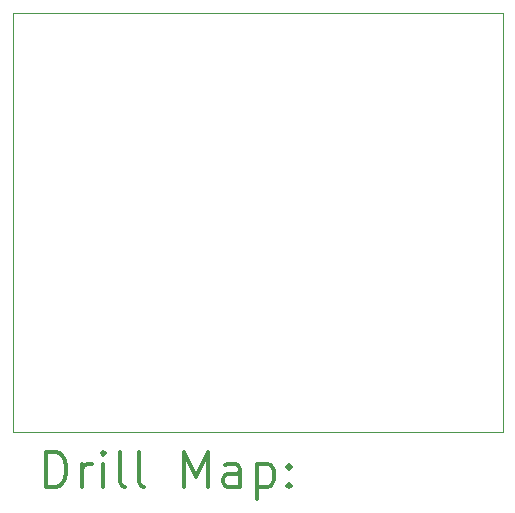
<source format=gbr>
%FSLAX45Y45*%
G04 Gerber Fmt 4.5, Leading zero omitted, Abs format (unit mm)*
G04 Created by KiCad (PCBNEW (5.1.10-1-10_14)) date 2022-02-17 23:12:56*
%MOMM*%
%LPD*%
G01*
G04 APERTURE LIST*
%TA.AperFunction,Profile*%
%ADD10C,0.050000*%
%TD*%
%ADD11C,0.200000*%
%ADD12C,0.300000*%
G04 APERTURE END LIST*
D10*
X9450000Y-2900000D02*
X5300000Y-2900000D01*
X9450000Y-6450000D02*
X9450000Y-2900000D01*
X5300000Y-6450000D02*
X9450000Y-6450000D01*
X5300000Y-2900000D02*
X5300000Y-6450000D01*
D11*
D12*
X5583928Y-6918214D02*
X5583928Y-6618214D01*
X5655357Y-6618214D01*
X5698214Y-6632500D01*
X5726786Y-6661071D01*
X5741071Y-6689643D01*
X5755357Y-6746786D01*
X5755357Y-6789643D01*
X5741071Y-6846786D01*
X5726786Y-6875357D01*
X5698214Y-6903929D01*
X5655357Y-6918214D01*
X5583928Y-6918214D01*
X5883928Y-6918214D02*
X5883928Y-6718214D01*
X5883928Y-6775357D02*
X5898214Y-6746786D01*
X5912500Y-6732500D01*
X5941071Y-6718214D01*
X5969643Y-6718214D01*
X6069643Y-6918214D02*
X6069643Y-6718214D01*
X6069643Y-6618214D02*
X6055357Y-6632500D01*
X6069643Y-6646786D01*
X6083928Y-6632500D01*
X6069643Y-6618214D01*
X6069643Y-6646786D01*
X6255357Y-6918214D02*
X6226786Y-6903929D01*
X6212500Y-6875357D01*
X6212500Y-6618214D01*
X6412500Y-6918214D02*
X6383928Y-6903929D01*
X6369643Y-6875357D01*
X6369643Y-6618214D01*
X6755357Y-6918214D02*
X6755357Y-6618214D01*
X6855357Y-6832500D01*
X6955357Y-6618214D01*
X6955357Y-6918214D01*
X7226786Y-6918214D02*
X7226786Y-6761071D01*
X7212500Y-6732500D01*
X7183928Y-6718214D01*
X7126786Y-6718214D01*
X7098214Y-6732500D01*
X7226786Y-6903929D02*
X7198214Y-6918214D01*
X7126786Y-6918214D01*
X7098214Y-6903929D01*
X7083928Y-6875357D01*
X7083928Y-6846786D01*
X7098214Y-6818214D01*
X7126786Y-6803929D01*
X7198214Y-6803929D01*
X7226786Y-6789643D01*
X7369643Y-6718214D02*
X7369643Y-7018214D01*
X7369643Y-6732500D02*
X7398214Y-6718214D01*
X7455357Y-6718214D01*
X7483928Y-6732500D01*
X7498214Y-6746786D01*
X7512500Y-6775357D01*
X7512500Y-6861071D01*
X7498214Y-6889643D01*
X7483928Y-6903929D01*
X7455357Y-6918214D01*
X7398214Y-6918214D01*
X7369643Y-6903929D01*
X7641071Y-6889643D02*
X7655357Y-6903929D01*
X7641071Y-6918214D01*
X7626786Y-6903929D01*
X7641071Y-6889643D01*
X7641071Y-6918214D01*
X7641071Y-6732500D02*
X7655357Y-6746786D01*
X7641071Y-6761071D01*
X7626786Y-6746786D01*
X7641071Y-6732500D01*
X7641071Y-6761071D01*
M02*

</source>
